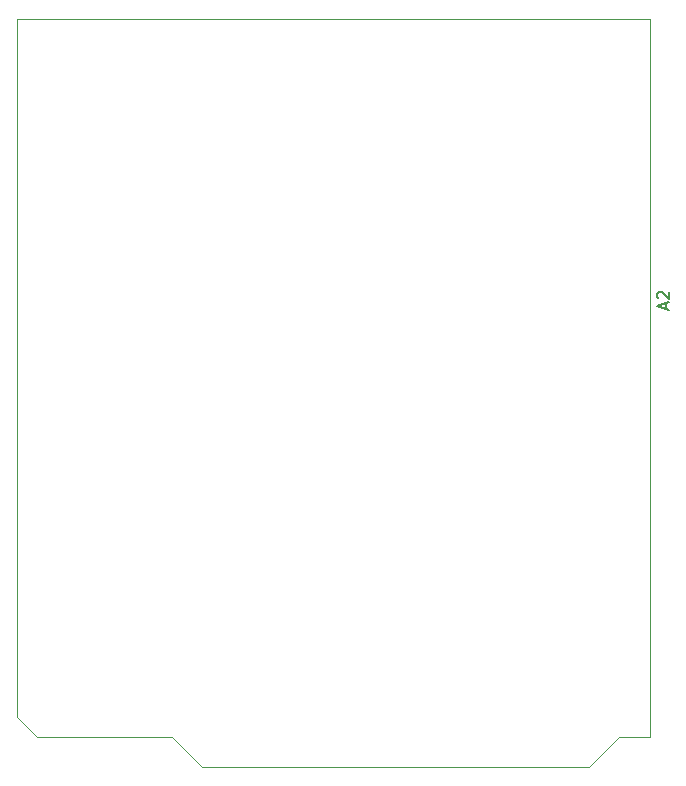
<source format=gbr>
%TF.GenerationSoftware,KiCad,Pcbnew,7.0.10-7.0.10~ubuntu22.04.1*%
%TF.CreationDate,2024-01-26T16:23:06-07:00*%
%TF.ProjectId,ph_meter,70685f6d-6574-4657-922e-6b696361645f,1.3*%
%TF.SameCoordinates,Original*%
%TF.FileFunction,Legend,Top*%
%TF.FilePolarity,Positive*%
%FSLAX46Y46*%
G04 Gerber Fmt 4.6, Leading zero omitted, Abs format (unit mm)*
G04 Created by KiCad (PCBNEW 7.0.10-7.0.10~ubuntu22.04.1) date 2024-01-26 16:23:06*
%MOMM*%
%LPD*%
G01*
G04 APERTURE LIST*
%ADD10C,0.150000*%
%ADD11C,0.120000*%
G04 APERTURE END LIST*
D10*
X158559104Y-99759285D02*
X158559104Y-99283095D01*
X158844819Y-99854523D02*
X157844819Y-99521190D01*
X157844819Y-99521190D02*
X158844819Y-99187857D01*
X157940057Y-98902142D02*
X157892438Y-98854523D01*
X157892438Y-98854523D02*
X157844819Y-98759285D01*
X157844819Y-98759285D02*
X157844819Y-98521190D01*
X157844819Y-98521190D02*
X157892438Y-98425952D01*
X157892438Y-98425952D02*
X157940057Y-98378333D01*
X157940057Y-98378333D02*
X158035295Y-98330714D01*
X158035295Y-98330714D02*
X158130533Y-98330714D01*
X158130533Y-98330714D02*
X158273390Y-98378333D01*
X158273390Y-98378333D02*
X158844819Y-98949761D01*
X158844819Y-98949761D02*
X158844819Y-98330714D01*
D11*
%TO.C,A2*%
X157236800Y-75245200D02*
X103653000Y-75245200D01*
X103653000Y-75245200D02*
X103650000Y-134355000D01*
X103650000Y-134355000D02*
X105300000Y-136005000D01*
X157250000Y-136005000D02*
X157236800Y-75245200D01*
X154580000Y-136005000D02*
X157250000Y-136005000D01*
X116730000Y-136005000D02*
X119270000Y-138545000D01*
X105300000Y-136005000D02*
X116730000Y-136005000D01*
X152040000Y-138545000D02*
X154580000Y-136005000D01*
X119270000Y-138545000D02*
X152040000Y-138545000D01*
%TD*%
M02*

</source>
